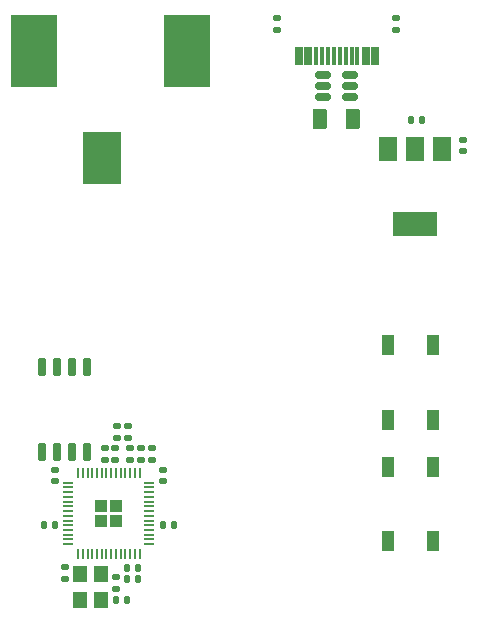
<source format=gbr>
%TF.GenerationSoftware,KiCad,Pcbnew,7.0.6-0*%
%TF.CreationDate,2024-06-08T16:42:38-07:00*%
%TF.ProjectId,pc64,70633634-2e6b-4696-9361-645f70636258,rev?*%
%TF.SameCoordinates,Original*%
%TF.FileFunction,Paste,Top*%
%TF.FilePolarity,Positive*%
%FSLAX46Y46*%
G04 Gerber Fmt 4.6, Leading zero omitted, Abs format (unit mm)*
G04 Created by KiCad (PCBNEW 7.0.6-0) date 2024-06-08 16:42:38*
%MOMM*%
%LPD*%
G01*
G04 APERTURE LIST*
G04 Aperture macros list*
%AMRoundRect*
0 Rectangle with rounded corners*
0 $1 Rounding radius*
0 $2 $3 $4 $5 $6 $7 $8 $9 X,Y pos of 4 corners*
0 Add a 4 corners polygon primitive as box body*
4,1,4,$2,$3,$4,$5,$6,$7,$8,$9,$2,$3,0*
0 Add four circle primitives for the rounded corners*
1,1,$1+$1,$2,$3*
1,1,$1+$1,$4,$5*
1,1,$1+$1,$6,$7*
1,1,$1+$1,$8,$9*
0 Add four rect primitives between the rounded corners*
20,1,$1+$1,$2,$3,$4,$5,0*
20,1,$1+$1,$4,$5,$6,$7,0*
20,1,$1+$1,$6,$7,$8,$9,0*
20,1,$1+$1,$8,$9,$2,$3,0*%
G04 Aperture macros list end*
%ADD10RoundRect,0.050000X0.300000X0.725000X-0.300000X0.725000X-0.300000X-0.725000X0.300000X-0.725000X0*%
%ADD11RoundRect,0.050000X0.150000X0.725000X-0.150000X0.725000X-0.150000X-0.725000X0.150000X-0.725000X0*%
%ADD12R,3.900000X6.200000*%
%ADD13R,3.300000X4.400000*%
%ADD14RoundRect,0.140000X-0.170000X0.140000X-0.170000X-0.140000X0.170000X-0.140000X0.170000X0.140000X0*%
%ADD15RoundRect,0.135000X0.185000X-0.135000X0.185000X0.135000X-0.185000X0.135000X-0.185000X-0.135000X0*%
%ADD16RoundRect,0.140000X-0.140000X-0.170000X0.140000X-0.170000X0.140000X0.170000X-0.140000X0.170000X0*%
%ADD17R,1.500000X2.000000*%
%ADD18R,3.800000X2.000000*%
%ADD19RoundRect,0.140000X0.140000X0.170000X-0.140000X0.170000X-0.140000X-0.170000X0.140000X-0.170000X0*%
%ADD20R,1.200000X1.400000*%
%ADD21RoundRect,0.140000X0.170000X-0.140000X0.170000X0.140000X-0.170000X0.140000X-0.170000X-0.140000X0*%
%ADD22RoundRect,0.150000X0.150000X-0.650000X0.150000X0.650000X-0.150000X0.650000X-0.150000X-0.650000X0*%
%ADD23R,1.000000X1.700000*%
%ADD24RoundRect,0.150000X-0.512500X-0.150000X0.512500X-0.150000X0.512500X0.150000X-0.512500X0.150000X0*%
%ADD25RoundRect,0.250000X0.375000X0.625000X-0.375000X0.625000X-0.375000X-0.625000X0.375000X-0.625000X0*%
%ADD26RoundRect,0.250000X-0.292217X-0.292217X0.292217X-0.292217X0.292217X0.292217X-0.292217X0.292217X0*%
%ADD27RoundRect,0.050000X-0.387500X-0.050000X0.387500X-0.050000X0.387500X0.050000X-0.387500X0.050000X0*%
%ADD28RoundRect,0.050000X-0.050000X-0.387500X0.050000X-0.387500X0.050000X0.387500X-0.050000X0.387500X0*%
%ADD29RoundRect,0.135000X-0.185000X0.135000X-0.185000X-0.135000X0.185000X-0.135000X0.185000X0.135000X0*%
G04 APERTURE END LIST*
D10*
%TO.C,J1*%
X128955000Y-48512000D03*
X128180000Y-48512000D03*
D11*
X126980000Y-48512000D03*
X125980000Y-48512000D03*
X125480000Y-48512000D03*
X124480000Y-48512000D03*
D10*
X123280000Y-48512000D03*
X122505000Y-48512000D03*
X122505000Y-48512000D03*
X123280000Y-48512000D03*
D11*
X123980000Y-48512000D03*
X124980000Y-48512000D03*
X126480000Y-48512000D03*
X127480000Y-48512000D03*
D10*
X128180000Y-48512000D03*
X128955000Y-48512000D03*
%TD*%
D12*
%TO.C,CART 12V*%
X100130000Y-48133000D03*
X113030000Y-48133000D03*
D13*
X105880000Y-57133000D03*
%TD*%
D14*
%TO.C,C3*%
X102716000Y-91799000D03*
X102716000Y-92759000D03*
%TD*%
D15*
%TO.C,R4*%
X108088980Y-80889000D03*
X108088980Y-79869000D03*
%TD*%
D16*
%TO.C,C13*%
X100916000Y-88249000D03*
X101876000Y-88249000D03*
%TD*%
D17*
%TO.C,U1002*%
X134634000Y-56413000D03*
X132334000Y-56413000D03*
X130034000Y-56413000D03*
D18*
X132334000Y-62713000D03*
%TD*%
D19*
%TO.C,C16*%
X108906000Y-92809000D03*
X107946000Y-92809000D03*
%TD*%
D14*
%TO.C,C7*%
X108246000Y-81739000D03*
X108246000Y-82699000D03*
%TD*%
D20*
%TO.C,Y1*%
X105726000Y-94569000D03*
X105726000Y-92369000D03*
X104026000Y-92369000D03*
X104026000Y-94569000D03*
%TD*%
D21*
%TO.C,C1002*%
X136448800Y-56560600D03*
X136448800Y-55600600D03*
%TD*%
D16*
%TO.C,C4*%
X107006000Y-94559000D03*
X107966000Y-94559000D03*
%TD*%
D15*
%TO.C,R1*%
X130750000Y-46347000D03*
X130750000Y-45327000D03*
%TD*%
D14*
%TO.C,C9*%
X110086000Y-81739000D03*
X110086000Y-82699000D03*
%TD*%
D19*
%TO.C,C11*%
X111936000Y-88249000D03*
X110976000Y-88249000D03*
%TD*%
D22*
%TO.C,U3*%
X100751000Y-82079000D03*
X102021000Y-82079000D03*
X103291000Y-82079000D03*
X104561000Y-82079000D03*
X104561000Y-74879000D03*
X103291000Y-74879000D03*
X102021000Y-74879000D03*
X100751000Y-74879000D03*
%TD*%
D15*
%TO.C,R3*%
X107148980Y-80889000D03*
X107148980Y-79869000D03*
%TD*%
D14*
%TO.C,C8*%
X109166000Y-81739000D03*
X109166000Y-82699000D03*
%TD*%
D23*
%TO.C,RP_SW2*%
X130048000Y-89612000D03*
X130048000Y-83312000D03*
X133848000Y-89612000D03*
X133848000Y-83312000D03*
%TD*%
D24*
%TO.C,U1001*%
X124592500Y-50117000D03*
X124592500Y-51067000D03*
X124592500Y-52017000D03*
X126867500Y-52017000D03*
X126867500Y-51067000D03*
X126867500Y-50117000D03*
%TD*%
D23*
%TO.C,RP_SW1*%
X130058000Y-79325000D03*
X130058000Y-73025000D03*
X133858000Y-79325000D03*
X133858000Y-73025000D03*
%TD*%
D14*
%TO.C,C14*%
X101846000Y-83559000D03*
X101846000Y-84519000D03*
%TD*%
D16*
%TO.C,C1001*%
X131981000Y-53975000D03*
X132941000Y-53975000D03*
%TD*%
D14*
%TO.C,C10*%
X111006000Y-83559000D03*
X111006000Y-84519000D03*
%TD*%
%TO.C,C5*%
X106066000Y-81739000D03*
X106066000Y-82699000D03*
%TD*%
%TO.C,C15*%
X106986000Y-81739000D03*
X106986000Y-82699000D03*
%TD*%
D25*
%TO.C,F1*%
X124330000Y-53887000D03*
X127130000Y-53887000D03*
%TD*%
D15*
%TO.C,R2*%
X120700000Y-46357000D03*
X120700000Y-45337000D03*
%TD*%
D19*
%TO.C,C6*%
X108906000Y-91889000D03*
X107946000Y-91889000D03*
%TD*%
D26*
%TO.C,U4*%
X105788500Y-86611500D03*
X105788500Y-87886500D03*
X107063500Y-86611500D03*
X107063500Y-87886500D03*
D27*
X102988500Y-84649000D03*
X102988500Y-85049000D03*
X102988500Y-85449000D03*
X102988500Y-85849000D03*
X102988500Y-86249000D03*
X102988500Y-86649000D03*
X102988500Y-87049000D03*
X102988500Y-87449000D03*
X102988500Y-87849000D03*
X102988500Y-88249000D03*
X102988500Y-88649000D03*
X102988500Y-89049000D03*
X102988500Y-89449000D03*
X102988500Y-89849000D03*
D28*
X103826000Y-90686500D03*
X104226000Y-90686500D03*
X104626000Y-90686500D03*
X105026000Y-90686500D03*
X105426000Y-90686500D03*
X105826000Y-90686500D03*
X106226000Y-90686500D03*
X106626000Y-90686500D03*
X107026000Y-90686500D03*
X107426000Y-90686500D03*
X107826000Y-90686500D03*
X108226000Y-90686500D03*
X108626000Y-90686500D03*
X109026000Y-90686500D03*
D27*
X109863500Y-89849000D03*
X109863500Y-89449000D03*
X109863500Y-89049000D03*
X109863500Y-88649000D03*
X109863500Y-88249000D03*
X109863500Y-87849000D03*
X109863500Y-87449000D03*
X109863500Y-87049000D03*
X109863500Y-86649000D03*
X109863500Y-86249000D03*
X109863500Y-85849000D03*
X109863500Y-85449000D03*
X109863500Y-85049000D03*
X109863500Y-84649000D03*
D28*
X109026000Y-83811500D03*
X108626000Y-83811500D03*
X108226000Y-83811500D03*
X107826000Y-83811500D03*
X107426000Y-83811500D03*
X107026000Y-83811500D03*
X106626000Y-83811500D03*
X106226000Y-83811500D03*
X105826000Y-83811500D03*
X105426000Y-83811500D03*
X105026000Y-83811500D03*
X104626000Y-83811500D03*
X104226000Y-83811500D03*
X103826000Y-83811500D03*
%TD*%
D29*
%TO.C,R1001*%
X107046000Y-92659000D03*
X107046000Y-93679000D03*
%TD*%
M02*

</source>
